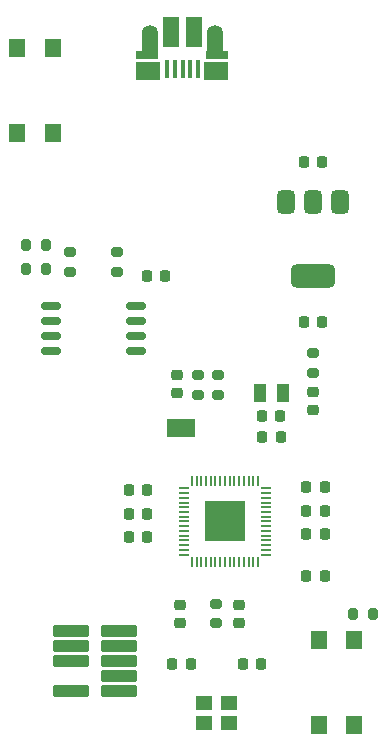
<source format=gbr>
%TF.GenerationSoftware,KiCad,Pcbnew,9.0.1*%
%TF.CreationDate,2025-04-23T18:23:55-07:00*%
%TF.ProjectId,rp2350,72703233-3530-42e6-9b69-6361645f7063,rev?*%
%TF.SameCoordinates,Original*%
%TF.FileFunction,Soldermask,Top*%
%TF.FilePolarity,Negative*%
%FSLAX46Y46*%
G04 Gerber Fmt 4.6, Leading zero omitted, Abs format (unit mm)*
G04 Created by KiCad (PCBNEW 9.0.1) date 2025-04-23 18:23:55*
%MOMM*%
%LPD*%
G01*
G04 APERTURE LIST*
G04 Aperture macros list*
%AMRoundRect*
0 Rectangle with rounded corners*
0 $1 Rounding radius*
0 $2 $3 $4 $5 $6 $7 $8 $9 X,Y pos of 4 corners*
0 Add a 4 corners polygon primitive as box body*
4,1,4,$2,$3,$4,$5,$6,$7,$8,$9,$2,$3,0*
0 Add four circle primitives for the rounded corners*
1,1,$1+$1,$2,$3*
1,1,$1+$1,$4,$5*
1,1,$1+$1,$6,$7*
1,1,$1+$1,$8,$9*
0 Add four rect primitives between the rounded corners*
20,1,$1+$1,$2,$3,$4,$5,0*
20,1,$1+$1,$4,$5,$6,$7,0*
20,1,$1+$1,$6,$7,$8,$9,0*
20,1,$1+$1,$8,$9,$2,$3,0*%
G04 Aperture macros list end*
%ADD10RoundRect,0.102000X-1.395000X0.370000X-1.395000X-0.370000X1.395000X-0.370000X1.395000X0.370000X0*%
%ADD11R,1.000000X1.500000*%
%ADD12RoundRect,0.050000X-0.350000X-0.050000X0.350000X-0.050000X0.350000X0.050000X-0.350000X0.050000X0*%
%ADD13RoundRect,0.050000X-0.050000X-0.350000X0.050000X-0.350000X0.050000X0.350000X-0.050000X0.350000X0*%
%ADD14R,3.400000X3.400000*%
%ADD15R,1.400000X1.200000*%
%ADD16R,1.825000X0.700000*%
%ADD17R,2.000000X1.500000*%
%ADD18R,1.350000X2.000000*%
%ADD19O,1.350000X1.700000*%
%ADD20O,1.100000X1.500000*%
%ADD21R,1.430000X2.500000*%
%ADD22R,0.400000X1.650000*%
%ADD23RoundRect,0.200000X0.275000X-0.200000X0.275000X0.200000X-0.275000X0.200000X-0.275000X-0.200000X0*%
%ADD24RoundRect,0.162500X-0.650000X-0.162500X0.650000X-0.162500X0.650000X0.162500X-0.650000X0.162500X0*%
%ADD25RoundRect,0.200000X-0.200000X-0.275000X0.200000X-0.275000X0.200000X0.275000X-0.200000X0.275000X0*%
%ADD26RoundRect,0.200000X0.200000X0.275000X-0.200000X0.275000X-0.200000X-0.275000X0.200000X-0.275000X0*%
%ADD27RoundRect,0.225000X-0.225000X-0.250000X0.225000X-0.250000X0.225000X0.250000X-0.225000X0.250000X0*%
%ADD28R,1.400000X1.600000*%
%ADD29RoundRect,0.225000X0.225000X0.250000X-0.225000X0.250000X-0.225000X-0.250000X0.225000X-0.250000X0*%
%ADD30RoundRect,0.200000X-0.275000X0.200000X-0.275000X-0.200000X0.275000X-0.200000X0.275000X0.200000X0*%
%ADD31RoundRect,0.225000X-0.250000X0.225000X-0.250000X-0.225000X0.250000X-0.225000X0.250000X0.225000X0*%
%ADD32R,1.000000X1.600000*%
%ADD33RoundRect,0.375000X-0.375000X0.625000X-0.375000X-0.625000X0.375000X-0.625000X0.375000X0.625000X0*%
%ADD34RoundRect,0.500000X-1.400000X0.500000X-1.400000X-0.500000X1.400000X-0.500000X1.400000X0.500000X0*%
%ADD35RoundRect,0.225000X0.250000X-0.225000X0.250000X0.225000X-0.250000X0.225000X-0.250000X-0.225000X0*%
G04 APERTURE END LIST*
%TO.C,JP1*%
G36*
X119700000Y-84250000D02*
G01*
X120000000Y-84250000D01*
X120000000Y-85750000D01*
X119700000Y-85750000D01*
X119700000Y-84250000D01*
G37*
%TD*%
D10*
%TO.C,J1*%
X110500000Y-102170000D03*
X114570000Y-102170000D03*
X110500000Y-103440000D03*
X114570000Y-103440000D03*
X110500000Y-104710000D03*
X114570000Y-104710000D03*
X114570000Y-105980000D03*
X110500000Y-107250000D03*
X114570000Y-107250000D03*
%TD*%
D11*
%TO.C,JP1*%
X120500000Y-85000000D03*
X119200000Y-85000000D03*
%TD*%
D12*
%TO.C,U4*%
X120112500Y-90100000D03*
X120112500Y-90500000D03*
X120112500Y-90900000D03*
X120112500Y-91300000D03*
X120112500Y-91700000D03*
X120112500Y-92100000D03*
X120112500Y-92500000D03*
X120112500Y-92900000D03*
X120112500Y-93300000D03*
X120112500Y-93700000D03*
X120112500Y-94100000D03*
X120112500Y-94500000D03*
X120112500Y-94900000D03*
X120112500Y-95300000D03*
X120112500Y-95700000D03*
D13*
X120762500Y-96350000D03*
X121162500Y-96350000D03*
X121562500Y-96350000D03*
X121962500Y-96350000D03*
X122362500Y-96350000D03*
X122762500Y-96350000D03*
X123162500Y-96350000D03*
X123562500Y-96350000D03*
X123962500Y-96350000D03*
X124362500Y-96350000D03*
X124762500Y-96350000D03*
X125162500Y-96350000D03*
X125562500Y-96350000D03*
X125962500Y-96350000D03*
X126362500Y-96350000D03*
D12*
X127012500Y-95700000D03*
X127012500Y-95300000D03*
X127012500Y-94900000D03*
X127012500Y-94500000D03*
X127012500Y-94100000D03*
X127012500Y-93700000D03*
X127012500Y-93300000D03*
X127012500Y-92900000D03*
X127012500Y-92500000D03*
X127012500Y-92100000D03*
X127012500Y-91700000D03*
X127012500Y-91300000D03*
X127012500Y-90900000D03*
X127012500Y-90500000D03*
X127012500Y-90100000D03*
D13*
X126362500Y-89450000D03*
X125962500Y-89450000D03*
X125562500Y-89450000D03*
X125162500Y-89450000D03*
X124762500Y-89450000D03*
X124362500Y-89450000D03*
X123962500Y-89450000D03*
X123562500Y-89450000D03*
X123162500Y-89450000D03*
X122762500Y-89450000D03*
X122362500Y-89450000D03*
X121962500Y-89450000D03*
X121562500Y-89450000D03*
X121162500Y-89450000D03*
X120762500Y-89450000D03*
D14*
X123562500Y-92900000D03*
%TD*%
D15*
%TO.C,Y1*%
X121750000Y-109950000D03*
X123950000Y-109950000D03*
X123950000Y-108250000D03*
X121750000Y-108250000D03*
%TD*%
D16*
%TO.C,J3*%
X116980000Y-53430000D03*
D17*
X117080000Y-54750000D03*
D18*
X117230000Y-52680000D03*
D19*
X117250000Y-51750000D03*
D20*
X117560000Y-54750000D03*
D21*
X119020000Y-51480000D03*
X120940000Y-51480000D03*
D20*
X122400000Y-54750000D03*
D19*
X122710000Y-51750000D03*
D18*
X122710000Y-52680000D03*
D17*
X122830000Y-54730000D03*
D16*
X122930000Y-53430000D03*
D22*
X118680000Y-54630000D03*
X119330000Y-54630000D03*
X119980000Y-54630000D03*
X120630000Y-54630000D03*
X121280000Y-54630000D03*
%TD*%
D23*
%TO.C,R1*%
X110461500Y-71745000D03*
X110461500Y-70095000D03*
%TD*%
D24*
%TO.C,U2*%
X108874000Y-74690000D03*
X108874000Y-75960000D03*
X108874000Y-77230000D03*
X108874000Y-78500000D03*
X116049000Y-78500000D03*
X116049000Y-77230000D03*
X116049000Y-75960000D03*
X116049000Y-74690000D03*
%TD*%
D25*
%TO.C,R2*%
X106724000Y-71500000D03*
X108374000Y-71500000D03*
%TD*%
D23*
%TO.C,R3*%
X114461500Y-71745000D03*
X114461500Y-70095000D03*
%TD*%
D26*
%TO.C,R9*%
X108374000Y-69500000D03*
X106724000Y-69500000D03*
%TD*%
D27*
%TO.C,C3*%
X116961500Y-72095000D03*
X118511500Y-72095000D03*
%TD*%
D28*
%TO.C,SW2*%
X131500000Y-110100000D03*
X131500000Y-102900000D03*
X134500000Y-110100000D03*
X134500000Y-102900000D03*
%TD*%
D27*
%TO.C,C4*%
X126725000Y-85750000D03*
X128275000Y-85750000D03*
%TD*%
D29*
%TO.C,C13*%
X117000000Y-90250000D03*
X115450000Y-90250000D03*
%TD*%
%TO.C,C2*%
X126650000Y-105000000D03*
X125100000Y-105000000D03*
%TD*%
%TO.C,C8*%
X117000000Y-92250000D03*
X115450000Y-92250000D03*
%TD*%
D30*
%TO.C,R8*%
X131000000Y-78675000D03*
X131000000Y-80325000D03*
%TD*%
D27*
%TO.C,C6*%
X126700000Y-84000000D03*
X128250000Y-84000000D03*
%TD*%
%TO.C,C16*%
X130450000Y-97500000D03*
X132000000Y-97500000D03*
%TD*%
D31*
%TO.C,C7*%
X131000000Y-81950000D03*
X131000000Y-83500000D03*
%TD*%
D27*
%TO.C,C9*%
X130225000Y-76000000D03*
X131775000Y-76000000D03*
%TD*%
D32*
%TO.C,L1*%
X126500000Y-82000000D03*
X128500000Y-82000000D03*
%TD*%
D23*
%TO.C,R11*%
X123000000Y-82150000D03*
X123000000Y-80500000D03*
%TD*%
D27*
%TO.C,C1*%
X119100000Y-105000000D03*
X120650000Y-105000000D03*
%TD*%
%TO.C,C11*%
X130450000Y-92000000D03*
X132000000Y-92000000D03*
%TD*%
D31*
%TO.C,C10*%
X124750000Y-99950000D03*
X124750000Y-101500000D03*
%TD*%
D23*
%TO.C,R10*%
X121250000Y-82150000D03*
X121250000Y-80500000D03*
%TD*%
D27*
%TO.C,C5*%
X130225000Y-62500000D03*
X131775000Y-62500000D03*
%TD*%
D29*
%TO.C,C15*%
X117000000Y-94250000D03*
X115450000Y-94250000D03*
%TD*%
D27*
%TO.C,C17*%
X130450000Y-90000000D03*
X132000000Y-90000000D03*
%TD*%
%TO.C,C14*%
X130450000Y-94000000D03*
X132000000Y-94000000D03*
%TD*%
D28*
%TO.C,SW1*%
X106000000Y-60000000D03*
X106000000Y-52800000D03*
X109000000Y-60000000D03*
X109000000Y-52800000D03*
%TD*%
D33*
%TO.C,U3*%
X133300000Y-65850000D03*
X131000000Y-65850000D03*
D34*
X131000000Y-72150000D03*
D33*
X128700000Y-65850000D03*
%TD*%
D35*
%TO.C,C12*%
X119500000Y-82050000D03*
X119500000Y-80500000D03*
%TD*%
D31*
%TO.C,C18*%
X119800000Y-99950000D03*
X119800000Y-101500000D03*
%TD*%
D23*
%TO.C,R6*%
X122800000Y-101500000D03*
X122800000Y-99850000D03*
%TD*%
D25*
%TO.C,R7*%
X134425000Y-100750000D03*
X136075000Y-100750000D03*
%TD*%
M02*

</source>
